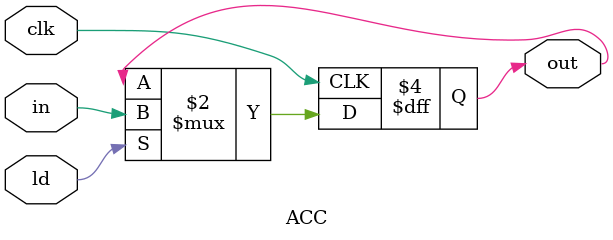
<source format=v>
`timescale 1ns/1ns;

module ACC(input in, input ld, clk, output reg out);
	always@(posedge  clk)
		if (ld)
			out <= in;
endmodule
</source>
